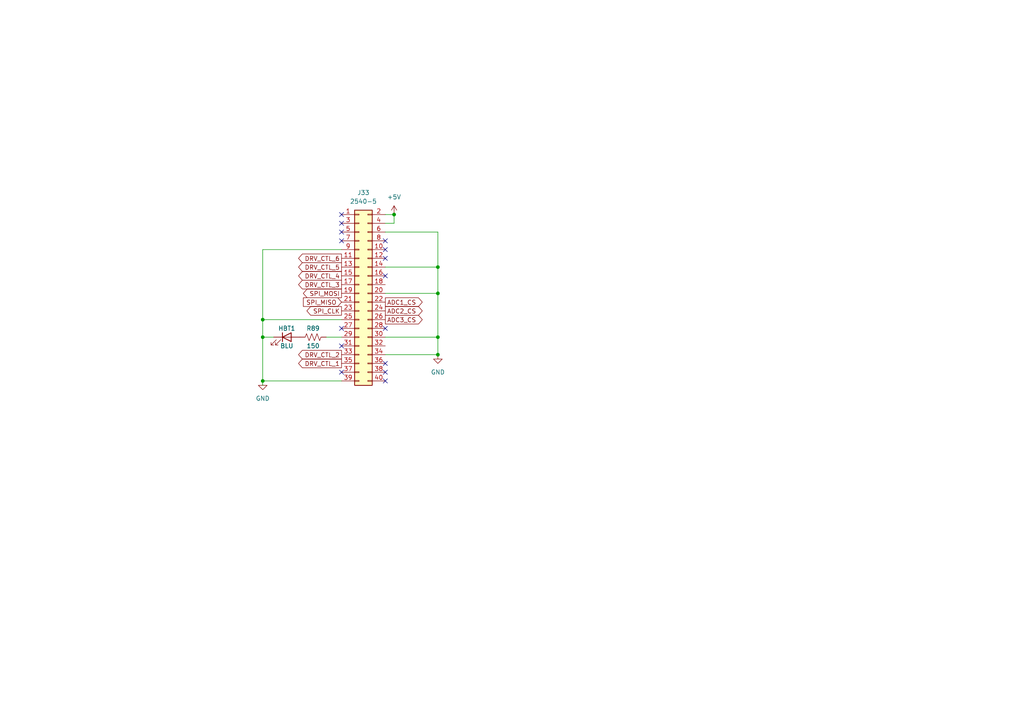
<source format=kicad_sch>
(kicad_sch (version 20211123) (generator eeschema)
  (paper "A4")
  (title_block (title "Raspberry Pi Interface") (rev "1") (company "Rice Eclipse"))
  (lib_symbols
    (symbol "Connector_Generic:Conn_02x20_Odd_Even" (pin_names (offset 1.016) hide)
      (property "Reference" "J" (at 1.27 25.4 0))
      (property "Value" "Conn_02x20_Odd_Even" (at 1.27 -27.94 0))
      (symbol "Conn_02x20_Odd_Even_1_1"
        (rectangle (start -1.27 -25.273) (end 0 -25.527) (stroke (width 0.1524)))
        (rectangle (start -1.27 -22.733) (end 0 -22.987) (stroke (width 0.1524)))
        (rectangle (start -1.27 -20.193) (end 0 -20.447) (stroke (width 0.1524)))
        (rectangle (start -1.27 -17.653) (end 0 -17.907) (stroke (width 0.1524)))
        (rectangle (start -1.27 -15.113) (end 0 -15.367) (stroke (width 0.1524)))
        (rectangle (start -1.27 -12.573) (end 0 -12.827) (stroke (width 0.1524)))
        (rectangle (start -1.27 -10.033) (end 0 -10.287) (stroke (width 0.1524)))
        (rectangle (start -1.27 -7.493) (end 0 -7.747) (stroke (width 0.1524)))
        (rectangle (start -1.27 -4.953) (end 0 -5.207) (stroke (width 0.1524)))
        (rectangle (start -1.27 -2.413) (end 0 -2.667) (stroke (width 0.1524)))
        (rectangle (start -1.27 0.127) (end 0 -0.127) (stroke (width 0.1524)))
        (rectangle (start -1.27 2.667) (end 0 2.413) (stroke (width 0.1524)))
        (rectangle (start -1.27 5.207) (end 0 4.953) (stroke (width 0.1524)))
        (rectangle (start -1.27 7.747) (end 0 7.493) (stroke (width 0.1524)))
        (rectangle (start -1.27 10.287) (end 0 10.033) (stroke (width 0.1524)))
        (rectangle (start -1.27 12.827) (end 0 12.573) (stroke (width 0.1524)))
        (rectangle (start -1.27 15.367) (end 0 15.113) (stroke (width 0.1524)))
        (rectangle (start -1.27 17.907) (end 0 17.653) (stroke (width 0.1524)))
        (rectangle (start -1.27 20.447) (end 0 20.193) (stroke (width 0.1524)))
        (rectangle (start -1.27 22.987) (end 0 22.733) (stroke (width 0.1524)))
        (rectangle (start -1.27 24.13) (end 3.81 -26.67) (stroke (width 0.254)) (fill (type background)))
        (rectangle (start 3.81 -25.273) (end 2.54 -25.527) (stroke (width 0.1524)))
        (rectangle (start 3.81 -22.733) (end 2.54 -22.987) (stroke (width 0.1524)))
        (rectangle (start 3.81 -20.193) (end 2.54 -20.447) (stroke (width 0.1524)))
        (rectangle (start 3.81 -17.653) (end 2.54 -17.907) (stroke (width 0.1524)))
        (rectangle (start 3.81 -15.113) (end 2.54 -15.367) (stroke (width 0.1524)))
        (rectangle (start 3.81 -12.573) (end 2.54 -12.827) (stroke (width 0.1524)))
        (rectangle (start 3.81 -10.033) (end 2.54 -10.287) (stroke (width 0.1524)))
        (rectangle (start 3.81 -7.493) (end 2.54 -7.747) (stroke (width 0.1524)))
        (rectangle (start 3.81 -4.953) (end 2.54 -5.207) (stroke (width 0.1524)))
        (rectangle (start 3.81 -2.413) (end 2.54 -2.667) (stroke (width 0.1524)))
        (rectangle (start 3.81 0.127) (end 2.54 -0.127) (stroke (width 0.1524)))
        (rectangle (start 3.81 2.667) (end 2.54 2.413) (stroke (width 0.1524)))
        (rectangle (start 3.81 5.207) (end 2.54 4.953) (stroke (width 0.1524)))
        (rectangle (start 3.81 7.747) (end 2.54 7.493) (stroke (width 0.1524)))
        (rectangle (start 3.81 10.287) (end 2.54 10.033) (stroke (width 0.1524)))
        (rectangle (start 3.81 12.827) (end 2.54 12.573) (stroke (width 0.1524)))
        (rectangle (start 3.81 15.367) (end 2.54 15.113) (stroke (width 0.1524)))
        (rectangle (start 3.81 17.907) (end 2.54 17.653) (stroke (width 0.1524)))
        (rectangle (start 3.81 20.447) (end 2.54 20.193) (stroke (width 0.1524)))
        (rectangle (start 3.81 22.987) (end 2.54 22.733) (stroke (width 0.1524)))
        (pin passive line (at -5.08 22.86 0) (length 3.81) (name "Pin_1") (number "1"))
        (pin passive line (at 7.62 12.7 180) (length 3.81) (name "Pin_10") (number "10"))
        (pin passive line (at -5.08 10.16 0) (length 3.81) (name "Pin_11") (number "11"))
        (pin passive line (at 7.62 10.16 180) (length 3.81) (name "Pin_12") (number "12"))
        (pin passive line (at -5.08 7.62 0) (length 3.81) (name "Pin_13") (number "13"))
        (pin passive line (at 7.62 7.62 180) (length 3.81) (name "Pin_14") (number "14"))
        (pin passive line (at -5.08 5.08 0) (length 3.81) (name "Pin_15") (number "15"))
        (pin passive line (at 7.62 5.08 180) (length 3.81) (name "Pin_16") (number "16"))
        (pin passive line (at -5.08 2.54 0) (length 3.81) (name "Pin_17") (number "17"))
        (pin passive line (at 7.62 2.54 180) (length 3.81) (name "Pin_18") (number "18"))
        (pin passive line (at -5.08 0 0) (length 3.81) (name "Pin_19") (number "19"))
        (pin passive line (at 7.62 22.86 180) (length 3.81) (name "Pin_2") (number "2"))
        (pin passive line (at 7.62 0 180) (length 3.81) (name "Pin_20") (number "20"))
        (pin passive line (at -5.08 -2.54 0) (length 3.81) (name "Pin_21") (number "21"))
        (pin passive line (at 7.62 -2.54 180) (length 3.81) (name "Pin_22") (number "22"))
        (pin passive line (at -5.08 -5.08 0) (length 3.81) (name "Pin_23") (number "23"))
        (pin passive line (at 7.62 -5.08 180) (length 3.81) (name "Pin_24") (number "24"))
        (pin passive line (at -5.08 -7.62 0) (length 3.81) (name "Pin_25") (number "25"))
        (pin passive line (at 7.62 -7.62 180) (length 3.81) (name "Pin_26") (number "26"))
        (pin passive line (at -5.08 -10.16 0) (length 3.81) (name "Pin_27") (number "27"))
        (pin passive line (at 7.62 -10.16 180) (length 3.81) (name "Pin_28") (number "28"))
        (pin passive line (at -5.08 -12.7 0) (length 3.81) (name "Pin_29") (number "29"))
        (pin passive line (at -5.08 20.32 0) (length 3.81) (name "Pin_3") (number "3"))
        (pin passive line (at 7.62 -12.7 180) (length 3.81) (name "Pin_30") (number "30"))
        (pin passive line (at -5.08 -15.24 0) (length 3.81) (name "Pin_31") (number "31"))
        (pin passive line (at 7.62 -15.24 180) (length 3.81) (name "Pin_32") (number "32"))
        (pin passive line (at -5.08 -17.78 0) (length 3.81) (name "Pin_33") (number "33"))
        (pin passive line (at 7.62 -17.78 180) (length 3.81) (name "Pin_34") (number "34"))
        (pin passive line (at -5.08 -20.32 0) (length 3.81) (name "Pin_35") (number "35"))
        (pin passive line (at 7.62 -20.32 180) (length 3.81) (name "Pin_36") (number "36"))
        (pin passive line (at -5.08 -22.86 0) (length 3.81) (name "Pin_37") (number "37"))
        (pin passive line (at 7.62 -22.86 180) (length 3.81) (name "Pin_38") (number "38"))
        (pin passive line (at -5.08 -25.4 0) (length 3.81) (name "Pin_39") (number "39"))
        (pin passive line (at 7.62 20.32 180) (length 3.81) (name "Pin_4") (number "4"))
        (pin passive line (at 7.62 -25.4 180) (length 3.81) (name "Pin_40") (number "40"))
        (pin passive line (at -5.08 17.78 0) (length 3.81) (name "Pin_5") (number "5"))
        (pin passive line (at 7.62 17.78 180) (length 3.81) (name "Pin_6") (number "6"))
        (pin passive line (at -5.08 15.24 0) (length 3.81) (name "Pin_7") (number "7"))
        (pin passive line (at 7.62 15.24 180) (length 3.81) (name "Pin_8") (number "8"))
        (pin passive line (at -5.08 12.7 0) (length 3.81) (name "Pin_9") (number "9"))
      )
    )
    (symbol "Device:LED" (pin_numbers hide) (pin_names (offset 1.016) hide)
      (property "Reference" "D" (at 0 2.54 0))
      (property "Value" "LED" (at 0 -2.54 0))
      (symbol "LED_0_1"
        (polyline (pts (xy -1.27 -1.27) (xy -1.27 1.27)) (stroke (width 0.254)))
        (polyline (pts (xy -1.27 0) (xy 1.27 0)))
        (polyline (pts (xy 1.27 -1.27) (xy 1.27 1.27) (xy -1.27 0) (xy 1.27 -1.27)) (stroke (width 0.254)))
        (polyline (pts (xy -3.048 -0.762) (xy -4.572 -2.286) (xy -3.81 -2.286) (xy -4.572 -2.286) (xy -4.572 -1.524)))
        (polyline (pts (xy -1.778 -0.762) (xy -3.302 -2.286) (xy -2.54 -2.286) (xy -3.302 -2.286) (xy -3.302 -1.524)))
      )
      (symbol "LED_1_1"
        (pin passive line (at -3.81 0 0) (length 2.54) (name "K") (number "1"))
        (pin passive line (at 3.81 0 180) (length 2.54) (name "A") (number "2"))
      )
    )
    (symbol "Device:R_US" (pin_numbers hide) (pin_names (offset 0))
      (property "Reference" "R" (at 2.54 0 90))
      (property "Value" "R_US" (at -2.54 0 90))
      (symbol "R_US_0_1"
        (polyline (pts (xy 0 -2.286) (xy 0 -2.54)))
        (polyline (pts (xy 0 2.286) (xy 0 2.54)))
        (polyline (pts (xy 0 -0.762) (xy 1.016 -1.143) (xy 0 -1.524) (xy -1.016 -1.905) (xy 0 -2.286)))
        (polyline (pts (xy 0 0.762) (xy 1.016 0.381) (xy 0 0) (xy -1.016 -0.381) (xy 0 -0.762)))
        (polyline (pts (xy 0 2.286) (xy 1.016 1.905) (xy 0 1.524) (xy -1.016 1.143) (xy 0 0.762)))
      )
      (symbol "R_US_1_1"
        (pin passive line (at 0 3.81 270) (length 1.27) (name "~") (number "1"))
        (pin passive line (at 0 -3.81 90) (length 1.27) (name "~") (number "2"))
      )
    )
    (symbol "power:+5V" (power) (pin_names (offset 0))
      (property "Value" "+5V" (at 0 3.556 0))
      (symbol "+5V_0_1"
        (polyline (pts (xy -0.762 1.27) (xy 0 2.54)))
        (polyline (pts (xy 0 0) (xy 0 2.54)))
        (polyline (pts (xy 0 2.54) (xy 0.762 1.27)))
      )
      (symbol "+5V_1_1"
        (pin power_in line (at 0 0 90) (length 0) hide (name "+5V") (number "1"))
      )
    )
    (symbol "power:GND" (power) (pin_names (offset 0))
      (property "Value" "GND" (at 0 -3.81 0))
      (symbol "GND_0_1"
        (polyline (pts (xy 0 0) (xy 0 -1.27) (xy 1.27 -1.27) (xy 0 -2.54) (xy -1.27 -1.27) (xy 0 -1.27)))
      )
      (symbol "GND_1_1"
        (pin power_in line (at 0 0 270) (length 0) hide (name "GND") (number "1"))
      )
    )
  )
  (junction (at 76.2 92.71))
  (junction (at 127 97.79))
  (junction (at 127 102.87))
  (junction (at 114.3 62.23))
  (junction (at 76.2 97.79))
  (junction (at 127 77.47))
  (junction (at 76.2 110.49))
  (junction (at 127 85.09))
  (no_connect (at 111.76 110.49))
  (no_connect (at 99.06 95.25))
  (no_connect (at 99.06 107.95))
  (no_connect (at 99.06 100.33))
  (no_connect (at 111.76 95.25))
  (no_connect (at 111.76 107.95))
  (no_connect (at 111.76 105.41))
  (no_connect (at 111.76 80.01))
  (no_connect (at 99.06 67.31))
  (no_connect (at 99.06 69.85))
  (no_connect (at 99.06 64.77))
  (no_connect (at 99.06 62.23))
  (no_connect (at 111.76 72.39))
  (no_connect (at 111.76 69.85))
  (no_connect (at 111.76 74.93))
  (wire (pts (xy 127 102.87) (xy 127 97.79)))
  (wire (pts (xy 76.2 110.49) (xy 76.2 111.76)))
  (wire (pts (xy 114.3 62.23) (xy 114.3 64.77)))
  (wire (pts (xy 76.2 72.39) (xy 99.06 72.39)))
  (wire (pts (xy 76.2 110.49) (xy 99.06 110.49)))
  (wire (pts (xy 111.76 77.47) (xy 127 77.47)))
  (wire (pts (xy 111.76 85.09) (xy 127 85.09)))
  (wire (pts (xy 127 67.31) (xy 127 77.47)))
  (wire (pts (xy 114.3 62.23) (xy 111.76 62.23)))
  (wire (pts (xy 76.2 97.79) (xy 79.375 97.79)))
  (wire (pts (xy 127 97.79) (xy 127 85.09)))
  (wire (pts (xy 111.76 67.31) (xy 127 67.31)))
  (wire (pts (xy 76.2 92.71) (xy 99.06 92.71)))
  (wire (pts (xy 76.2 97.79) (xy 76.2 110.49)))
  (wire (pts (xy 111.76 102.87) (xy 127 102.87)))
  (wire (pts (xy 94.615 97.79) (xy 99.06 97.79)))
  (wire (pts (xy 111.76 97.79) (xy 127 97.79)))
  (wire (pts (xy 114.3 64.77) (xy 111.76 64.77)))
  (wire (pts (xy 127 85.09) (xy 127 77.47)))
  (wire (pts (xy 76.2 72.39) (xy 76.2 92.71)))
  (wire (pts (xy 76.2 92.71) (xy 76.2 97.79)))
  (global_label "ADC3_CS" (shape output) (at 111.76 92.71 0) (property "Intersheet References" "${INTERSHEET_REFS}" (effects hide)))
  (global_label "SPI_MOSI" (shape output) (at 99.06 85.09 180) (property "Intersheet References" "${INTERSHEET_REFS}" (effects hide)))
  (global_label "DRV_CTL_6" (shape output) (at 99.06 74.93 180) (property "Intersheet References" "${INTERSHEET_REFS}" (effects hide)))
  (global_label "DRV_CTL_2" (shape output) (at 99.06 102.87 180) (property "Intersheet References" "${INTERSHEET_REFS}" (effects hide)))
  (global_label "DRV_CTL_1" (shape output) (at 99.06 105.41 180) (property "Intersheet References" "${INTERSHEET_REFS}" (effects hide)))
  (global_label "DRV_CTL_5" (shape output) (at 99.06 77.47 180) (property "Intersheet References" "${INTERSHEET_REFS}" (effects hide)))
  (global_label "DRV_CTL_4" (shape output) (at 99.06 80.01 180) (property "Intersheet References" "${INTERSHEET_REFS}" (effects hide)))
  (global_label "ADC1_CS" (shape output) (at 111.76 87.63 0) (property "Intersheet References" "${INTERSHEET_REFS}" (effects hide)))
  (global_label "SPI_MISO" (shape input) (at 99.06 87.63 180) (property "Intersheet References" "${INTERSHEET_REFS}" (effects hide)))
  (global_label "ADC2_CS" (shape output) (at 111.76 90.17 0) (property "Intersheet References" "${INTERSHEET_REFS}" (effects hide)))
  (global_label "SPI_CLK" (shape output) (at 99.06 90.17 180) (property "Intersheet References" "${INTERSHEET_REFS}" (effects hide)))
  (global_label "DRV_CTL_3" (shape output) (at 99.06 82.55 180) (property "Intersheet References" "${INTERSHEET_REFS}" (effects hide)))
  (symbol (lib_id "power:+5V") (at 114.3 62.23 0) (unit 1)
    (property "Reference" "#PWR0152" (effects hide))
    (property "Value" "+5V" (at 114.3 57.15 0))
  )
  (symbol (lib_id "power:GND") (at 76.2 110.49 0) (unit 1)
    (property "Reference" "#PWR0154" (effects hide))
    (property "Value" "GND" (at 76.2 115.57 0))
  )
  (symbol (lib_id "Device:R_US") (at 90.805 97.79 90) (unit 1)
    (property "Reference" "R89" (at 90.805 95.25 90))
    (property "Value" "150" (at 90.805 100.33 90))
    (property "Footprint" "Resistor_SMD:R_1206_3216Metric" (effects hide))
  )
  (symbol (lib_id "power:GND") (at 127 102.87 0) (unit 1)
    (property "Reference" "#PWR0153" (effects hide))
    (property "Value" "GND" (at 127 107.95 0))
  )
  (symbol (lib_id "Connector_Generic:Conn_02x20_Odd_Even") (at 104.14 85.09 0) (unit 1)
    (property "Reference" "J33" (at 105.41 55.88 0))
    (property "Value" "2540-5" (at 105.41 58.42 0))
    (property "Footprint" "Connector_PinSocket_2.54mm:PinSocket_2x20_P2.54mm_Horizontal" (effects hide))
  )
  (symbol (lib_id "Device:LED") (at 83.185 97.79 0) (unit 1)
    (property "Reference" "HBT1" (at 83.185 95.25 0))
    (property "Value" "BLU" (at 83.185 100.33 0))
    (property "Footprint" "LED_SMD:LED_1206_3216Metric" (effects hide))
  )
)
</source>
